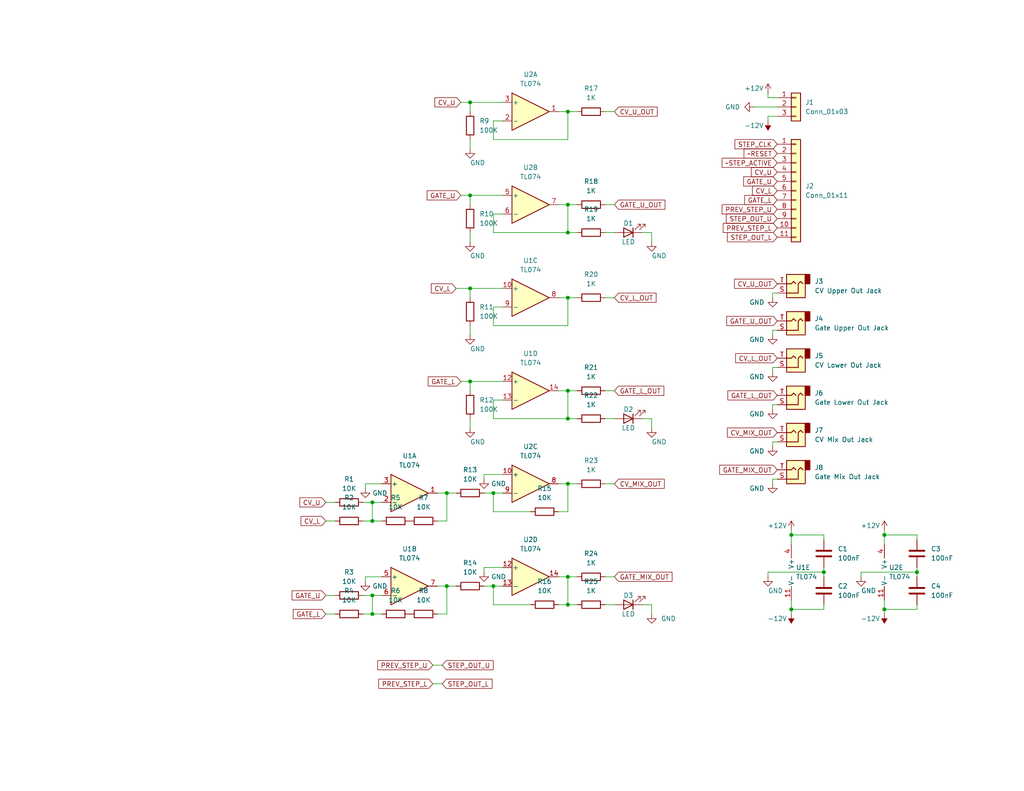
<source format=kicad_sch>
(kicad_sch (version 20211123) (generator eeschema)
  (paper "USLetter")
  (title_block (title "Sequencer One - Output Board") (date "2024-01-18") (rev "v1") (company "Multi Phase Brothel"))
  (lib_symbols
    (symbol "Amplifier_Operational:TL074" (pin_names (offset 0.127))
      (property "Reference" "U" (at 0 5.08 0))
      (property "Value" "TL074" (at 0 -5.08 0))
      (symbol "TL074_1_1"
        (polyline (pts (xy -5.08 5.08) (xy 5.08 0) (xy -5.08 -5.08) (xy -5.08 5.08)) (stroke (width 0.254)) (fill (type background)))
        (pin output line (at 7.62 0 180) (length 2.54) (name "~") (number "1"))
        (pin input line (at -7.62 -2.54 0) (length 2.54) (name "-") (number "2"))
        (pin input line (at -7.62 2.54 0) (length 2.54) (name "+") (number "3"))
      )
      (symbol "TL074_2_1"
        (polyline (pts (xy -5.08 5.08) (xy 5.08 0) (xy -5.08 -5.08) (xy -5.08 5.08)) (stroke (width 0.254)) (fill (type background)))
        (pin input line (at -7.62 2.54 0) (length 2.54) (name "+") (number "5"))
        (pin input line (at -7.62 -2.54 0) (length 2.54) (name "-") (number "6"))
        (pin output line (at 7.62 0 180) (length 2.54) (name "~") (number "7"))
      )
      (symbol "TL074_3_1"
        (polyline (pts (xy -5.08 5.08) (xy 5.08 0) (xy -5.08 -5.08) (xy -5.08 5.08)) (stroke (width 0.254)) (fill (type background)))
        (pin input line (at -7.62 2.54 0) (length 2.54) (name "+") (number "10"))
        (pin output line (at 7.62 0 180) (length 2.54) (name "~") (number "8"))
        (pin input line (at -7.62 -2.54 0) (length 2.54) (name "-") (number "9"))
      )
      (symbol "TL074_4_1"
        (polyline (pts (xy -5.08 5.08) (xy 5.08 0) (xy -5.08 -5.08) (xy -5.08 5.08)) (stroke (width 0.254)) (fill (type background)))
        (pin input line (at -7.62 2.54 0) (length 2.54) (name "+") (number "12"))
        (pin input line (at -7.62 -2.54 0) (length 2.54) (name "-") (number "13"))
        (pin output line (at 7.62 0 180) (length 2.54) (name "~") (number "14"))
      )
      (symbol "TL074_5_1"
        (pin power_in line (at -2.54 -7.62 90) (length 3.81) (name "V-") (number "11"))
        (pin power_in line (at -2.54 7.62 270) (length 3.81) (name "V+") (number "4"))
      )
    )
    (symbol "Connector:AudioJack2"
      (property "Reference" "J" (at 0 8.89 0))
      (property "Value" "AudioJack2" (at 0 6.35 0))
      (symbol "AudioJack2_0_1"
        (rectangle (start -3.81 0) (end -2.54 -2.54) (stroke (width 0.254)) (fill (type outline)))
        (rectangle (start -2.54 3.81) (end 2.54 -2.54) (stroke (width 0.254)) (fill (type background)))
        (polyline (pts (xy 0 0) (xy 0.635 -0.635) (xy 1.27 0) (xy 2.54 0)) (stroke (width 0.254)))
        (polyline (pts (xy 2.54 2.54) (xy -0.635 2.54) (xy -0.635 0) (xy -1.27 -0.635) (xy -1.905 0)) (stroke (width 0.254)))
      )
      (symbol "AudioJack2_1_1"
        (pin passive line (at 5.08 2.54 180) (length 2.54) (name "~") (number "S"))
        (pin passive line (at 5.08 0 180) (length 2.54) (name "~") (number "T"))
      )
    )
    (symbol "Connector_Generic:Conn_01x03" (pin_names (offset 1.016) hide)
      (property "Reference" "J" (at 0 5.08 0))
      (property "Value" "Conn_01x03" (at 0 -5.08 0))
      (symbol "Conn_01x03_1_1"
        (rectangle (start -1.27 -2.413) (end 0 -2.667) (stroke (width 0.1524)))
        (rectangle (start -1.27 0.127) (end 0 -0.127) (stroke (width 0.1524)))
        (rectangle (start -1.27 2.667) (end 0 2.413) (stroke (width 0.1524)))
        (rectangle (start -1.27 3.81) (end 1.27 -3.81) (stroke (width 0.254)) (fill (type background)))
        (pin passive line (at -5.08 2.54 0) (length 3.81) (name "Pin_1") (number "1"))
        (pin passive line (at -5.08 0 0) (length 3.81) (name "Pin_2") (number "2"))
        (pin passive line (at -5.08 -2.54 0) (length 3.81) (name "Pin_3") (number "3"))
      )
    )
    (symbol "Connector_Generic:Conn_01x11" (pin_names (offset 1.016) hide)
      (property "Reference" "J" (at 0 15.24 0))
      (property "Value" "Conn_01x11" (at 0 -15.24 0))
      (symbol "Conn_01x11_1_1"
        (rectangle (start -1.27 -12.573) (end 0 -12.827) (stroke (width 0.1524)))
        (rectangle (start -1.27 -10.033) (end 0 -10.287) (stroke (width 0.1524)))
        (rectangle (start -1.27 -7.493) (end 0 -7.747) (stroke (width 0.1524)))
        (rectangle (start -1.27 -4.953) (end 0 -5.207) (stroke (width 0.1524)))
        (rectangle (start -1.27 -2.413) (end 0 -2.667) (stroke (width 0.1524)))
        (rectangle (start -1.27 0.127) (end 0 -0.127) (stroke (width 0.1524)))
        (rectangle (start -1.27 2.667) (end 0 2.413) (stroke (width 0.1524)))
        (rectangle (start -1.27 5.207) (end 0 4.953) (stroke (width 0.1524)))
        (rectangle (start -1.27 7.747) (end 0 7.493) (stroke (width 0.1524)))
        (rectangle (start -1.27 10.287) (end 0 10.033) (stroke (width 0.1524)))
        (rectangle (start -1.27 12.827) (end 0 12.573) (stroke (width 0.1524)))
        (rectangle (start -1.27 13.97) (end 1.27 -13.97) (stroke (width 0.254)) (fill (type background)))
        (pin passive line (at -5.08 12.7 0) (length 3.81) (name "Pin_1") (number "1"))
        (pin passive line (at -5.08 -10.16 0) (length 3.81) (name "Pin_10") (number "10"))
        (pin passive line (at -5.08 -12.7 0) (length 3.81) (name "Pin_11") (number "11"))
        (pin passive line (at -5.08 10.16 0) (length 3.81) (name "Pin_2") (number "2"))
        (pin passive line (at -5.08 7.62 0) (length 3.81) (name "Pin_3") (number "3"))
        (pin passive line (at -5.08 5.08 0) (length 3.81) (name "Pin_4") (number "4"))
        (pin passive line (at -5.08 2.54 0) (length 3.81) (name "Pin_5") (number "5"))
        (pin passive line (at -5.08 0 0) (length 3.81) (name "Pin_6") (number "6"))
        (pin passive line (at -5.08 -2.54 0) (length 3.81) (name "Pin_7") (number "7"))
        (pin passive line (at -5.08 -5.08 0) (length 3.81) (name "Pin_8") (number "8"))
        (pin passive line (at -5.08 -7.62 0) (length 3.81) (name "Pin_9") (number "9"))
      )
    )
    (symbol "Device:C" (pin_numbers hide) (pin_names (offset 0.254))
      (property "Reference" "C" (at 0.635 2.54 0))
      (property "Value" "C" (at 0.635 -2.54 0))
      (symbol "C_0_1"
        (polyline (pts (xy -2.032 -0.762) (xy 2.032 -0.762)) (stroke (width 0.508)))
        (polyline (pts (xy -2.032 0.762) (xy 2.032 0.762)) (stroke (width 0.508)))
      )
      (symbol "C_1_1"
        (pin passive line (at 0 3.81 270) (length 2.794) (name "~") (number "1"))
        (pin passive line (at 0 -3.81 90) (length 2.794) (name "~") (number "2"))
      )
    )
    (symbol "Device:LED" (pin_numbers hide) (pin_names (offset 1.016) hide)
      (property "Reference" "D" (at 0 2.54 0))
      (property "Value" "LED" (at 0 -2.54 0))
      (symbol "LED_0_1"
        (polyline (pts (xy -1.27 -1.27) (xy -1.27 1.27)) (stroke (width 0.254)))
        (polyline (pts (xy -1.27 0) (xy 1.27 0)))
        (polyline (pts (xy 1.27 -1.27) (xy 1.27 1.27) (xy -1.27 0) (xy 1.27 -1.27)) (stroke (width 0.254)))
        (polyline (pts (xy -3.048 -0.762) (xy -4.572 -2.286) (xy -3.81 -2.286) (xy -4.572 -2.286) (xy -4.572 -1.524)))
        (polyline (pts (xy -1.778 -0.762) (xy -3.302 -2.286) (xy -2.54 -2.286) (xy -3.302 -2.286) (xy -3.302 -1.524)))
      )
      (symbol "LED_1_1"
        (pin passive line (at -3.81 0 0) (length 2.54) (name "K") (number "1"))
        (pin passive line (at 3.81 0 180) (length 2.54) (name "A") (number "2"))
      )
    )
    (symbol "Device:R" (pin_numbers hide) (pin_names (offset 0))
      (property "Reference" "R" (at 2.032 0 90))
      (property "Value" "R" (at 0 0 90))
      (symbol "R_0_1"
        (rectangle (start -1.016 -2.54) (end 1.016 2.54) (stroke (width 0.254)))
      )
      (symbol "R_1_1"
        (pin passive line (at 0 3.81 270) (length 1.27) (name "~") (number "1"))
        (pin passive line (at 0 -3.81 90) (length 1.27) (name "~") (number "2"))
      )
    )
    (symbol "power:+12V" (power) (pin_names (offset 0))
      (property "Value" "+12V" (at 0 3.556 0))
      (symbol "+12V_0_1"
        (polyline (pts (xy -0.762 1.27) (xy 0 2.54)))
        (polyline (pts (xy 0 0) (xy 0 2.54)))
        (polyline (pts (xy 0 2.54) (xy 0.762 1.27)))
      )
      (symbol "+12V_1_1"
        (pin power_in line (at 0 0 90) (length 0) hide (name "+12V") (number "1"))
      )
    )
    (symbol "power:-12V" (power) (pin_names (offset 0))
      (property "Value" "-12V" (at 0 3.81 0))
      (symbol "-12V_0_0"
        (pin power_in line (at 0 0 90) (length 0) hide (name "-12V") (number "1"))
      )
      (symbol "-12V_0_1"
        (polyline (pts (xy 0 0) (xy 0 1.27) (xy 0.762 1.27) (xy 0 2.54) (xy -0.762 1.27) (xy 0 1.27)) (fill (type outline)))
      )
    )
    (symbol "power:GND" (power) (pin_names (offset 0))
      (property "Value" "GND" (at 0 -3.81 0))
      (symbol "GND_0_1"
        (polyline (pts (xy 0 0) (xy 0 -1.27) (xy 1.27 -1.27) (xy 0 -2.54) (xy -1.27 -1.27) (xy 0 -1.27)))
      )
      (symbol "GND_1_1"
        (pin power_in line (at 0 0 270) (length 0) hide (name "GND") (number "1"))
      )
    )
  )
  (junction (at 154.94 165.1))
  (junction (at 250.19 156.21))
  (junction (at 154.94 157.48))
  (junction (at 134.62 134.62))
  (junction (at 154.94 55.88))
  (junction (at 154.94 114.3))
  (junction (at 128.27 27.94))
  (junction (at 121.92 160.02))
  (junction (at 215.9 146.05))
  (junction (at 241.3 146.05))
  (junction (at 101.6 142.24))
  (junction (at 154.94 63.5))
  (junction (at 128.27 104.14))
  (junction (at 101.6 162.56))
  (junction (at 154.94 106.68))
  (junction (at 121.92 134.62))
  (junction (at 101.6 167.64))
  (junction (at 241.3 166.37))
  (junction (at 215.9 166.37))
  (junction (at 128.27 53.34))
  (junction (at 128.27 78.74))
  (junction (at 101.6 137.16))
  (junction (at 134.62 160.02))
  (junction (at 154.94 81.28))
  (junction (at 154.94 30.48))
  (junction (at 154.94 132.08))
  (junction (at 224.79 156.21))
  (wire (pts (xy 118.11 186.69) (xy 120.65 186.69)))
  (wire (pts (xy 154.94 157.48) (xy 157.48 157.48)))
  (wire (pts (xy 212.09 31.75) (xy 209.55 31.75)))
  (wire (pts (xy 99.695 132.08) (xy 99.695 133.35)))
  (wire (pts (xy 224.79 154.94) (xy 224.79 156.21)))
  (wire (pts (xy 154.94 132.08) (xy 157.48 132.08)))
  (wire (pts (xy 119.38 160.02) (xy 121.92 160.02)))
  (wire (pts (xy 175.26 165.1) (xy 177.8 165.1)))
  (wire (pts (xy 128.27 114.3) (xy 128.27 116.84)))
  (wire (pts (xy 137.16 33.02) (xy 134.62 33.02)))
  (wire (pts (xy 134.62 134.62) (xy 134.62 139.7)))
  (wire (pts (xy 128.27 27.94) (xy 137.16 27.94)))
  (wire (pts (xy 210.82 120.65) (xy 212.09 120.65)))
  (wire (pts (xy 137.16 109.22) (xy 134.62 109.22)))
  (wire (pts (xy 154.94 139.7) (xy 154.94 132.08)))
  (wire (pts (xy 104.14 162.56) (xy 101.6 162.56)))
  (wire (pts (xy 215.9 146.05) (xy 215.9 148.59)))
  (wire (pts (xy 125.73 53.34) (xy 128.27 53.34)))
  (wire (pts (xy 137.16 154.94) (xy 132.08 154.94)))
  (wire (pts (xy 134.62 109.22) (xy 134.62 114.3)))
  (wire (pts (xy 134.62 165.1) (xy 144.78 165.1)))
  (wire (pts (xy 132.08 154.94) (xy 132.08 156.21)))
  (wire (pts (xy 119.38 167.64) (xy 121.92 167.64)))
  (wire (pts (xy 128.27 27.94) (xy 128.27 30.48)))
  (wire (pts (xy 137.16 134.62) (xy 134.62 134.62)))
  (wire (pts (xy 215.9 163.83) (xy 215.9 166.37)))
  (wire (pts (xy 234.95 157.48) (xy 234.95 156.21)))
  (wire (pts (xy 128.27 63.5) (xy 128.27 66.04)))
  (wire (pts (xy 215.9 144.78) (xy 215.9 146.05)))
  (wire (pts (xy 128.27 78.74) (xy 137.16 78.74)))
  (wire (pts (xy 121.92 134.62) (xy 124.46 134.62)))
  (wire (pts (xy 209.55 25.4) (xy 209.55 26.67)))
  (wire (pts (xy 134.62 58.42) (xy 134.62 63.5)))
  (wire (pts (xy 118.11 181.61) (xy 120.65 181.61)))
  (wire (pts (xy 101.6 137.16) (xy 101.6 142.24)))
  (wire (pts (xy 241.3 166.37) (xy 241.3 163.83)))
  (wire (pts (xy 165.1 157.48) (xy 167.64 157.48)))
  (wire (pts (xy 165.1 63.5) (xy 167.64 63.5)))
  (wire (pts (xy 241.3 144.78) (xy 241.3 146.05)))
  (wire (pts (xy 134.62 88.9) (xy 154.94 88.9)))
  (wire (pts (xy 132.08 160.02) (xy 134.62 160.02)))
  (wire (pts (xy 152.4 165.1) (xy 154.94 165.1)))
  (wire (pts (xy 209.55 156.21) (xy 224.79 156.21)))
  (wire (pts (xy 250.19 165.1) (xy 250.19 166.37)))
  (wire (pts (xy 175.26 114.3) (xy 177.8 114.3)))
  (wire (pts (xy 154.94 63.5) (xy 154.94 55.88)))
  (wire (pts (xy 154.94 63.5) (xy 157.48 63.5)))
  (wire (pts (xy 134.62 114.3) (xy 154.94 114.3)))
  (wire (pts (xy 124.46 78.74) (xy 128.27 78.74)))
  (wire (pts (xy 154.94 38.1) (xy 154.94 30.48)))
  (wire (pts (xy 152.4 132.08) (xy 154.94 132.08)))
  (wire (pts (xy 250.19 156.21) (xy 250.19 157.48)))
  (wire (pts (xy 137.16 160.02) (xy 134.62 160.02)))
  (wire (pts (xy 250.19 147.32) (xy 250.19 146.05)))
  (wire (pts (xy 128.27 88.9) (xy 128.27 91.44)))
  (wire (pts (xy 165.1 114.3) (xy 167.64 114.3)))
  (wire (pts (xy 154.94 30.48) (xy 157.48 30.48)))
  (wire (pts (xy 224.79 147.32) (xy 224.79 146.05)))
  (wire (pts (xy 154.94 106.68) (xy 157.48 106.68)))
  (wire (pts (xy 121.92 142.24) (xy 121.92 134.62)))
  (wire (pts (xy 165.1 55.88) (xy 167.64 55.88)))
  (wire (pts (xy 121.92 167.64) (xy 121.92 160.02)))
  (wire (pts (xy 250.19 166.37) (xy 241.3 166.37)))
  (wire (pts (xy 132.08 134.62) (xy 134.62 134.62)))
  (wire (pts (xy 119.38 134.62) (xy 121.92 134.62)))
  (wire (pts (xy 152.4 139.7) (xy 154.94 139.7)))
  (wire (pts (xy 210.82 132.08) (xy 210.82 130.81)))
  (wire (pts (xy 165.1 81.28) (xy 167.64 81.28)))
  (wire (pts (xy 165.1 106.68) (xy 167.64 106.68)))
  (wire (pts (xy 210.82 101.6) (xy 210.82 100.33)))
  (wire (pts (xy 134.62 160.02) (xy 134.62 165.1)))
  (wire (pts (xy 175.26 63.5) (xy 177.8 63.5)))
  (wire (pts (xy 177.8 63.5) (xy 177.8 66.04)))
  (wire (pts (xy 101.6 162.56) (xy 101.6 167.64)))
  (wire (pts (xy 210.82 130.81) (xy 212.09 130.81)))
  (wire (pts (xy 210.82 110.49) (xy 212.09 110.49)))
  (wire (pts (xy 152.4 81.28) (xy 154.94 81.28)))
  (wire (pts (xy 154.94 88.9) (xy 154.94 81.28)))
  (wire (pts (xy 210.82 91.44) (xy 210.82 90.17)))
  (wire (pts (xy 104.14 137.16) (xy 101.6 137.16)))
  (wire (pts (xy 128.27 53.34) (xy 128.27 55.88)))
  (wire (pts (xy 154.94 81.28) (xy 157.48 81.28)))
  (wire (pts (xy 134.62 83.82) (xy 134.62 88.9)))
  (wire (pts (xy 137.16 83.82) (xy 134.62 83.82)))
  (wire (pts (xy 154.94 114.3) (xy 157.48 114.3)))
  (wire (pts (xy 165.1 132.08) (xy 167.64 132.08)))
  (wire (pts (xy 165.1 165.1) (xy 167.64 165.1)))
  (wire (pts (xy 101.6 142.24) (xy 104.14 142.24)))
  (wire (pts (xy 224.79 166.37) (xy 215.9 166.37)))
  (wire (pts (xy 132.08 129.54) (xy 132.08 130.81)))
  (wire (pts (xy 212.09 26.67) (xy 209.55 26.67)))
  (wire (pts (xy 101.6 167.64) (xy 104.14 167.64)))
  (wire (pts (xy 250.19 146.05) (xy 241.3 146.05)))
  (wire (pts (xy 128.27 53.34) (xy 137.16 53.34)))
  (wire (pts (xy 154.94 165.1) (xy 154.94 157.48)))
  (wire (pts (xy 152.4 30.48) (xy 154.94 30.48)))
  (wire (pts (xy 99.695 158.75) (xy 99.695 157.48)))
  (wire (pts (xy 177.8 114.3) (xy 177.8 116.84)))
  (wire (pts (xy 88.9 142.24) (xy 91.44 142.24)))
  (wire (pts (xy 210.82 81.28) (xy 210.82 80.01)))
  (wire (pts (xy 134.62 63.5) (xy 154.94 63.5)))
  (wire (pts (xy 165.1 30.48) (xy 167.64 30.48)))
  (wire (pts (xy 121.92 160.02) (xy 124.46 160.02)))
  (wire (pts (xy 134.62 38.1) (xy 154.94 38.1)))
  (wire (pts (xy 88.9 162.56) (xy 91.44 162.56)))
  (wire (pts (xy 128.27 104.14) (xy 137.16 104.14)))
  (wire (pts (xy 210.82 111.76) (xy 210.82 110.49)))
  (wire (pts (xy 128.27 78.74) (xy 128.27 81.28)))
  (wire (pts (xy 152.4 157.48) (xy 154.94 157.48)))
  (wire (pts (xy 137.16 58.42) (xy 134.62 58.42)))
  (wire (pts (xy 125.73 27.94) (xy 128.27 27.94)))
  (wire (pts (xy 177.8 165.1) (xy 177.8 167.64)))
  (wire (pts (xy 152.4 55.88) (xy 154.94 55.88)))
  (wire (pts (xy 250.19 154.94) (xy 250.19 156.21)))
  (wire (pts (xy 210.82 100.33) (xy 212.09 100.33)))
  (wire (pts (xy 154.94 114.3) (xy 154.94 106.68)))
  (wire (pts (xy 125.73 104.14) (xy 128.27 104.14)))
  (wire (pts (xy 209.55 31.75) (xy 209.55 33.02)))
  (wire (pts (xy 224.79 146.05) (xy 215.9 146.05)))
  (wire (pts (xy 234.95 156.21) (xy 250.19 156.21)))
  (wire (pts (xy 134.62 33.02) (xy 134.62 38.1)))
  (wire (pts (xy 154.94 165.1) (xy 157.48 165.1)))
  (wire (pts (xy 215.9 166.37) (xy 215.9 167.64)))
  (wire (pts (xy 224.79 156.21) (xy 224.79 157.48)))
  (wire (pts (xy 152.4 106.68) (xy 154.94 106.68)))
  (wire (pts (xy 224.79 165.1) (xy 224.79 166.37)))
  (wire (pts (xy 104.14 132.08) (xy 99.695 132.08)))
  (wire (pts (xy 99.06 162.56) (xy 101.6 162.56)))
  (wire (pts (xy 128.27 38.1) (xy 128.27 40.64)))
  (wire (pts (xy 88.9 167.64) (xy 91.44 167.64)))
  (wire (pts (xy 154.94 55.88) (xy 157.48 55.88)))
  (wire (pts (xy 99.695 157.48) (xy 104.14 157.48)))
  (wire (pts (xy 99.06 142.24) (xy 101.6 142.24)))
  (wire (pts (xy 119.38 142.24) (xy 121.92 142.24)))
  (wire (pts (xy 99.06 137.16) (xy 101.6 137.16)))
  (wire (pts (xy 241.3 166.37) (xy 241.3 167.64)))
  (wire (pts (xy 210.82 80.01) (xy 212.09 80.01)))
  (wire (pts (xy 210.82 90.17) (xy 212.09 90.17)))
  (wire (pts (xy 134.62 139.7) (xy 144.78 139.7)))
  (wire (pts (xy 137.16 129.54) (xy 132.08 129.54)))
  (wire (pts (xy 210.82 121.92) (xy 210.82 120.65)))
  (wire (pts (xy 241.3 146.05) (xy 241.3 148.59)))
  (wire (pts (xy 209.55 157.48) (xy 209.55 156.21)))
  (wire (pts (xy 88.9 137.16) (xy 91.44 137.16)))
  (wire (pts (xy 205.74 29.21) (xy 212.09 29.21)))
  (wire (pts (xy 99.06 167.64) (xy 101.6 167.64)))
  (wire (pts (xy 128.27 104.14) (xy 128.27 106.68)))
  (global_label "STEP_CLK" (shape input) (at 212.09 39.37 180) (property "Intersheet References" "${INTERSHEET_REFS}" (effects hide)))
  (global_label "CV_MIX_OUT" (shape input) (at 167.64 132.08 0) (property "Intersheet References" "${INTERSHEET_REFS}" (effects hide)))
  (global_label "CV_L" (shape input) (at 212.09 52.07 180) (property "Intersheet References" "${INTERSHEET_REFS}" (effects hide)))
  (global_label "CV_L_OUT" (shape input) (at 212.09 97.79 180) (property "Intersheet References" "${INTERSHEET_REFS}" (effects hide)))
  (global_label "GATE_MIX_OUT" (shape input) (at 212.09 128.27 180) (property "Intersheet References" "${INTERSHEET_REFS}" (effects hide)))
  (global_label "STEP_OUT_U" (shape input) (at 212.09 59.69 180) (property "Intersheet References" "${INTERSHEET_REFS}" (effects hide)))
  (global_label "PREV_STEP_L" (shape input) (at 118.11 186.69 180) (property "Intersheet References" "${INTERSHEET_REFS}" (effects hide)))
  (global_label "GATE_L_OUT" (shape input) (at 212.09 107.95 180) (property "Intersheet References" "${INTERSHEET_REFS}" (effects hide)))
  (global_label "GATE_U" (shape input) (at 212.09 49.53 180) (property "Intersheet References" "${INTERSHEET_REFS}" (effects hide)))
  (global_label "PREV_STEP_U" (shape input) (at 118.11 181.61 180) (property "Intersheet References" "${INTERSHEET_REFS}" (effects hide)))
  (global_label "CV_L" (shape input) (at 124.46 78.74 180) (property "Intersheet References" "${INTERSHEET_REFS}" (effects hide)))
  (global_label "GATE_U_OUT" (shape input) (at 167.64 55.88 0) (property "Intersheet References" "${INTERSHEET_REFS}" (effects hide)))
  (global_label "CV_U" (shape input) (at 212.09 46.99 180) (property "Intersheet References" "${INTERSHEET_REFS}" (effects hide)))
  (global_label "STEP_OUT_L" (shape input) (at 212.09 64.77 180) (property "Intersheet References" "${INTERSHEET_REFS}" (effects hide)))
  (global_label "STEP_OUT_L" (shape input) (at 120.65 186.69 0) (property "Intersheet References" "${INTERSHEET_REFS}" (effects hide)))
  (global_label "PREV_STEP_U" (shape input) (at 212.09 57.15 180) (property "Intersheet References" "${INTERSHEET_REFS}" (effects hide)))
  (global_label "CV_U_OUT" (shape input) (at 212.09 77.47 180) (property "Intersheet References" "${INTERSHEET_REFS}" (effects hide)))
  (global_label "CV_U" (shape input) (at 88.9 137.16 180) (property "Intersheet References" "${INTERSHEET_REFS}" (effects hide)))
  (global_label "STEP_OUT_U" (shape input) (at 120.65 181.61 0) (property "Intersheet References" "${INTERSHEET_REFS}" (effects hide)))
  (global_label "CV_U" (shape input) (at 125.73 27.94 180) (property "Intersheet References" "${INTERSHEET_REFS}" (effects hide)))
  (global_label "GATE_U" (shape input) (at 125.73 53.34 180) (property "Intersheet References" "${INTERSHEET_REFS}" (effects hide)))
  (global_label "CV_L" (shape input) (at 88.9 142.24 180) (property "Intersheet References" "${INTERSHEET_REFS}" (effects hide)))
  (global_label "CV_MIX_OUT" (shape input) (at 212.09 118.11 180) (property "Intersheet References" "${INTERSHEET_REFS}" (effects hide)))
  (global_label "GATE_L_OUT" (shape input) (at 167.64 106.68 0) (property "Intersheet References" "${INTERSHEET_REFS}" (effects hide)))
  (global_label "GATE_U" (shape input) (at 88.9 162.56 180) (property "Intersheet References" "${INTERSHEET_REFS}" (effects hide)))
  (global_label "~STEP_ACTIVE" (shape input) (at 212.09 44.45 180) (property "Intersheet References" "${INTERSHEET_REFS}" (effects hide)))
  (global_label "GATE_MIX_OUT" (shape input) (at 167.64 157.48 0) (property "Intersheet References" "${INTERSHEET_REFS}" (effects hide)))
  (global_label "GATE_L" (shape input) (at 125.73 104.14 180) (property "Intersheet References" "${INTERSHEET_REFS}" (effects hide)))
  (global_label "~RESET" (shape input) (at 212.09 41.91 180) (property "Intersheet References" "${INTERSHEET_REFS}" (effects hide)))
  (global_label "CV_L_OUT" (shape input) (at 167.64 81.28 0) (property "Intersheet References" "${INTERSHEET_REFS}" (effects hide)))
  (global_label "PREV_STEP_L" (shape input) (at 212.09 62.23 180) (property "Intersheet References" "${INTERSHEET_REFS}" (effects hide)))
  (global_label "GATE_U_OUT" (shape input) (at 212.09 87.63 180) (property "Intersheet References" "${INTERSHEET_REFS}" (effects hide)))
  (global_label "GATE_L" (shape input) (at 88.9 167.64 180) (property "Intersheet References" "${INTERSHEET_REFS}" (effects hide)))
  (global_label "GATE_L" (shape input) (at 212.09 54.61 180) (property "Intersheet References" "${INTERSHEET_REFS}" (effects hide)))
  (global_label "CV_U_OUT" (shape input) (at 167.64 30.48 0) (property "Intersheet References" "${INTERSHEET_REFS}" (effects hide)))
  (symbol (lib_id "Amplifier_Operational:TL074") (at 144.78 81.28 0) (unit 3)
    (property "Reference" "U1" (at 144.78 71.12 0))
    (property "Value" "TL074" (at 144.78 73.66 0))
    (property "Footprint" "Package_DIP:DIP-14_W7.62mm_Socket_LongPads" (effects hide))
    (property "Datasheet" "http://www.ti.com/lit/ds/symlink/tl071.pdf" (effects hide))
  )
  (symbol (lib_id "Amplifier_Operational:TL074") (at 111.76 160.02 0) (unit 2)
    (property "Reference" "U1" (at 111.76 149.86 0))
    (property "Value" "TL074" (at 111.76 152.4 0))
    (property "Footprint" "Package_DIP:DIP-14_W7.62mm_Socket_LongPads" (effects hide))
    (property "Datasheet" "http://www.ti.com/lit/ds/symlink/tl071.pdf" (effects hide))
  )
  (symbol (lib_id "power:GND") (at 132.08 130.81 0) (unit 1)
    (property "Reference" "#PWR07" (effects hide))
    (property "Value" "GND" (at 133.985 132.08 0) (effects (justify left)))
  )
  (symbol (lib_id "power:GND") (at 99.695 133.35 0) (unit 1)
    (property "Reference" "#PWR01" (effects hide))
    (property "Value" "GND" (at 101.6 134.62 0) (effects (justify left)))
  )
  (symbol (lib_id "Device:R") (at 161.29 114.3 90) (unit 1)
    (property "Reference" "R22" (at 161.29 107.95 90))
    (property "Value" "1K" (at 161.29 110.49 90))
    (property "Footprint" "Resistor_THT:R_Axial_DIN0204_L3.6mm_D1.6mm_P7.62mm_Horizontal" (effects hide))
  )
  (symbol (lib_id "Device:R") (at 95.25 142.24 90) (unit 1)
    (property "Reference" "R2" (at 95.25 135.89 90))
    (property "Value" "10K" (at 95.25 138.43 90))
    (property "Footprint" "Resistor_THT:R_Axial_DIN0204_L3.6mm_D1.6mm_P7.62mm_Horizontal" (effects hide))
  )
  (symbol (lib_id "Connector:AudioJack2") (at 217.17 87.63 180) (unit 1)
    (property "Reference" "J4" (at 222.25 86.9949 0) (effects (justify right)))
    (property "Value" "Gate Upper Out Jack" (at 222.25 89.5349 0) (effects (justify right)))
    (property "Footprint" "Connector_Audio:Jack_6.35mm_Neutrik_NRJ6HM-1-PRE_Horizontal" (effects hide))
  )
  (symbol (lib_id "Device:LED") (at 171.45 165.1 180) (unit 1)
    (property "Reference" "D3" (at 171.45 162.56 0))
    (property "Value" "LED" (at 171.45 167.64 0))
    (property "Footprint" "LED_THT:LED_D5.0mm" (effects hide))
  )
  (symbol (lib_id "Device:R") (at 161.29 106.68 90) (unit 1)
    (property "Reference" "R21" (at 161.29 100.33 90))
    (property "Value" "1K" (at 161.29 102.87 90))
    (property "Footprint" "Resistor_THT:R_Axial_DIN0204_L3.6mm_D1.6mm_P7.62mm_Horizontal" (effects hide))
  )
  (symbol (lib_id "Device:C") (at 224.79 161.29 0) (unit 1)
    (property "Reference" "C2" (at 228.6 160.0199 0) (effects (justify left)))
    (property "Value" "100nF" (at 228.6 162.5599 0) (effects (justify left)))
    (property "Footprint" "Capacitor_THT:C_Disc_D5.1mm_W3.2mm_P5.00mm" (effects hide))
  )
  (symbol (lib_id "power:GND") (at 128.27 116.84 0) (unit 1)
    (property "Reference" "#PWR06" (effects hide))
    (property "Value" "GND" (at 128.27 120.65 0) (effects (justify left)))
  )
  (symbol (lib_id "Device:R") (at 161.29 30.48 90) (unit 1)
    (property "Reference" "R17" (at 161.29 24.13 90))
    (property "Value" "1K" (at 161.29 26.67 90))
    (property "Footprint" "Resistor_THT:R_Axial_DIN0204_L3.6mm_D1.6mm_P7.62mm_Horizontal" (effects hide))
  )
  (symbol (lib_id "Device:C") (at 250.19 161.29 0) (unit 1)
    (property "Reference" "C4" (at 254 160.0199 0) (effects (justify left)))
    (property "Value" "100nF" (at 254 162.5599 0) (effects (justify left)))
    (property "Footprint" "Capacitor_THT:C_Disc_D5.1mm_W3.2mm_P5.00mm" (effects hide))
  )
  (symbol (lib_id "power:GND") (at 210.82 81.28 0) (unit 1)
    (property "Reference" "#PWR016" (effects hide))
    (property "Value" "GND" (at 204.47 82.55 0) (effects (justify left)))
  )
  (symbol (lib_id "Connector_Generic:Conn_01x03") (at 217.17 29.21 0) (unit 1)
    (property "Reference" "J1" (at 219.71 27.9399 0) (effects (justify left)))
    (property "Value" "Conn_01x03" (at 219.71 30.4799 0) (effects (justify left)))
    (property "Footprint" "Connector_PinHeader_2.54mm:PinHeader_1x03_P2.54mm_Vertical" (effects hide))
  )
  (symbol (lib_id "Device:LED") (at 171.45 63.5 180) (unit 1)
    (property "Reference" "D1" (at 171.45 60.96 0))
    (property "Value" "LED" (at 171.45 66.04 0))
    (property "Footprint" "LED_THT:LED_D5.0mm" (effects hide))
  )
  (symbol (lib_id "Device:R") (at 128.27 110.49 180) (unit 1)
    (property "Reference" "R12" (at 130.81 109.2199 0) (effects (justify right)))
    (property "Value" "100K" (at 130.81 111.7599 0) (effects (justify right)))
    (property "Footprint" "Resistor_THT:R_Axial_DIN0204_L3.6mm_D1.6mm_P7.62mm_Horizontal" (effects hide))
  )
  (symbol (lib_id "Amplifier_Operational:TL074") (at 144.78 55.88 0) (unit 2)
    (property "Reference" "U2" (at 144.78 45.72 0))
    (property "Value" "TL074" (at 144.78 48.26 0))
    (property "Footprint" "Package_DIP:DIP-14_W7.62mm_Socket_LongPads" (effects hide))
    (property "Datasheet" "http://www.ti.com/lit/ds/symlink/tl071.pdf" (effects hide))
  )
  (symbol (lib_id "Device:R") (at 148.59 139.7 90) (unit 1)
    (property "Reference" "R15" (at 148.59 133.35 90))
    (property "Value" "10K" (at 148.59 135.89 90))
    (property "Footprint" "Resistor_THT:R_Axial_DIN0204_L3.6mm_D1.6mm_P7.62mm_Horizontal" (effects hide))
  )
  (symbol (lib_id "Device:R") (at 161.29 157.48 90) (unit 1)
    (property "Reference" "R24" (at 161.29 151.13 90))
    (property "Value" "1K" (at 161.29 153.67 90))
    (property "Footprint" "Resistor_THT:R_Axial_DIN0204_L3.6mm_D1.6mm_P7.62mm_Horizontal" (effects hide))
  )
  (symbol (lib_id "Device:R") (at 161.29 63.5 90) (unit 1)
    (property "Reference" "R19" (at 161.29 57.15 90))
    (property "Value" "1K" (at 161.29 59.69 90))
    (property "Footprint" "Resistor_THT:R_Axial_DIN0204_L3.6mm_D1.6mm_P7.62mm_Horizontal" (effects hide))
  )
  (symbol (lib_id "power:GND") (at 210.82 91.44 0) (unit 1)
    (property "Reference" "#PWR017" (effects hide))
    (property "Value" "GND" (at 204.47 92.71 0) (effects (justify left)))
  )
  (symbol (lib_id "power:-12V") (at 241.3 167.64 180) (unit 1)
    (property "Reference" "#PWR026" (effects hide))
    (property "Value" "-12V" (at 237.49 168.91 0))
  )
  (symbol (lib_id "Device:R") (at 128.27 85.09 180) (unit 1)
    (property "Reference" "R11" (at 130.81 83.8199 0) (effects (justify right)))
    (property "Value" "100K" (at 130.81 86.3599 0) (effects (justify right)))
    (property "Footprint" "Resistor_THT:R_Axial_DIN0204_L3.6mm_D1.6mm_P7.62mm_Horizontal" (effects hide))
  )
  (symbol (lib_id "power:GND") (at 128.27 66.04 0) (unit 1)
    (property "Reference" "#PWR04" (effects hide))
    (property "Value" "GND" (at 128.27 69.85 0) (effects (justify left)))
  )
  (symbol (lib_id "power:GND") (at 210.82 121.92 0) (unit 1)
    (property "Reference" "#PWR020" (effects hide))
    (property "Value" "GND" (at 204.47 123.19 0) (effects (justify left)))
  )
  (symbol (lib_id "power:GND") (at 210.82 132.08 0) (unit 1)
    (property "Reference" "#PWR021" (effects hide))
    (property "Value" "GND" (at 204.47 133.35 0) (effects (justify left)))
  )
  (symbol (lib_id "Connector:AudioJack2") (at 217.17 118.11 180) (unit 1)
    (property "Reference" "J7" (at 222.25 117.4749 0) (effects (justify right)))
    (property "Value" "CV Mix Out Jack" (at 222.25 120.0149 0) (effects (justify right)))
    (property "Footprint" "Connector_Audio:Jack_6.35mm_Neutrik_NRJ6HM-1-PRE_Horizontal" (effects hide))
  )
  (symbol (lib_id "Connector:AudioJack2") (at 217.17 97.79 180) (unit 1)
    (property "Reference" "J5" (at 222.25 97.1549 0) (effects (justify right)))
    (property "Value" "CV Lower Out Jack" (at 222.25 99.6949 0) (effects (justify right)))
    (property "Footprint" "Connector_Audio:Jack_6.35mm_Neutrik_NRJ6HM-1-PRE_Horizontal" (effects hide))
  )
  (symbol (lib_id "Device:R") (at 128.27 59.69 180) (unit 1)
    (property "Reference" "R10" (at 130.81 58.4199 0) (effects (justify right)))
    (property "Value" "100K" (at 130.81 60.9599 0) (effects (justify right)))
    (property "Footprint" "Resistor_THT:R_Axial_DIN0204_L3.6mm_D1.6mm_P7.62mm_Horizontal" (effects hide))
  )
  (symbol (lib_id "Device:C") (at 224.79 151.13 0) (unit 1)
    (property "Reference" "C1" (at 228.6 149.8599 0) (effects (justify left)))
    (property "Value" "100nF" (at 228.6 152.3999 0) (effects (justify left)))
    (property "Footprint" "Capacitor_THT:C_Disc_D5.1mm_W3.2mm_P5.00mm" (effects hide))
  )
  (symbol (lib_id "Device:R") (at 161.29 132.08 90) (unit 1)
    (property "Reference" "R23" (at 161.29 125.73 90))
    (property "Value" "1K" (at 161.29 128.27 90))
    (property "Footprint" "Resistor_THT:R_Axial_DIN0204_L3.6mm_D1.6mm_P7.62mm_Horizontal" (effects hide))
  )
  (symbol (lib_id "Device:R") (at 107.95 167.64 90) (mirror x) (unit 1)
    (property "Reference" "R6" (at 107.95 161.29 90))
    (property "Value" "10K" (at 107.95 163.83 90))
    (property "Footprint" "Resistor_THT:R_Axial_DIN0204_L3.6mm_D1.6mm_P7.62mm_Horizontal" (effects hide))
  )
  (symbol (lib_id "Amplifier_Operational:TL074") (at 243.84 156.21 0) (unit 5)
    (property "Reference" "U2" (at 242.57 154.9399 0) (effects (justify left)))
    (property "Value" "TL074" (at 242.57 157.4799 0) (effects (justify left)))
    (property "Footprint" "Package_DIP:DIP-14_W7.62mm_Socket_LongPads" (effects hide))
    (property "Datasheet" "http://www.ti.com/lit/ds/symlink/tl071.pdf" (effects hide))
  )
  (symbol (lib_id "Connector:AudioJack2") (at 217.17 107.95 180) (unit 1)
    (property "Reference" "J6" (at 222.25 107.3149 0) (effects (justify right)))
    (property "Value" "Gate Lower Out Jack" (at 222.25 109.8549 0) (effects (justify right)))
    (property "Footprint" "Connector_Audio:Jack_6.35mm_Neutrik_NRJ6HM-1-PRE_Horizontal" (effects hide))
  )
  (symbol (lib_id "Amplifier_Operational:TL074") (at 144.78 106.68 0) (unit 4)
    (property "Reference" "U1" (at 144.78 96.52 0))
    (property "Value" "TL074" (at 144.78 99.06 0))
    (property "Footprint" "Package_DIP:DIP-14_W7.62mm_Socket_LongPads" (effects hide))
    (property "Datasheet" "http://www.ti.com/lit/ds/symlink/tl071.pdf" (effects hide))
  )
  (symbol (lib_id "power:GND") (at 209.55 157.48 0) (unit 1)
    (property "Reference" "#PWR015" (effects hide))
    (property "Value" "GND" (at 209.55 161.29 0) (effects (justify left)))
  )
  (symbol (lib_id "Device:R") (at 115.57 142.24 90) (unit 1)
    (property "Reference" "R7" (at 115.57 135.89 90))
    (property "Value" "10K" (at 115.57 138.43 90))
    (property "Footprint" "Resistor_THT:R_Axial_DIN0204_L3.6mm_D1.6mm_P7.62mm_Horizontal" (effects hide))
  )
  (symbol (lib_id "Amplifier_Operational:TL074") (at 111.76 134.62 0) (unit 1)
    (property "Reference" "U1" (at 111.76 124.46 0))
    (property "Value" "TL074" (at 111.76 127 0))
    (property "Footprint" "Package_DIP:DIP-14_W7.62mm_Socket_LongPads" (effects hide))
    (property "Datasheet" "http://www.ti.com/lit/ds/symlink/tl071.pdf" (effects hide))
  )
  (symbol (lib_id "Device:R") (at 128.27 134.62 90) (unit 1)
    (property "Reference" "R13" (at 128.27 128.27 90))
    (property "Value" "10K" (at 128.27 130.81 90))
    (property "Footprint" "Resistor_THT:R_Axial_DIN0204_L3.6mm_D1.6mm_P7.62mm_Horizontal" (effects hide))
  )
  (symbol (lib_id "power:GND") (at 177.8 66.04 0) (unit 1)
    (property "Reference" "#PWR09" (effects hide))
    (property "Value" "GND" (at 177.8 69.85 0) (effects (justify left)))
  )
  (symbol (lib_id "Connector:AudioJack2") (at 217.17 77.47 180) (unit 1)
    (property "Reference" "J3" (at 222.25 76.8349 0) (effects (justify right)))
    (property "Value" "CV Upper Out Jack" (at 222.25 79.3749 0) (effects (justify right)))
    (property "Footprint" "Connector_Audio:Jack_6.35mm_Neutrik_NRJ6HM-1-PRE_Horizontal" (effects hide))
  )
  (symbol (lib_id "power:GND") (at 128.27 40.64 0) (unit 1)
    (property "Reference" "#PWR03" (effects hide))
    (property "Value" "GND" (at 128.27 44.45 0) (effects (justify left)))
  )
  (symbol (lib_id "power:GND") (at 205.74 29.21 270) (unit 1)
    (property "Reference" "#PWR012" (effects hide))
    (property "Value" "GND" (at 201.93 29.2099 90) (effects (justify right)))
  )
  (symbol (lib_id "Connector:AudioJack2") (at 217.17 128.27 180) (unit 1)
    (property "Reference" "J8" (at 222.25 127.6349 0) (effects (justify right)))
    (property "Value" "Gate Mix Out Jack" (at 222.25 130.1749 0) (effects (justify right)))
    (property "Footprint" "Connector_Audio:Jack_6.35mm_Neutrik_NRJ6HM-1-PRE_Horizontal" (effects hide))
  )
  (symbol (lib_id "Device:R") (at 95.25 162.56 90) (unit 1)
    (property "Reference" "R3" (at 95.25 156.21 90))
    (property "Value" "10K" (at 95.25 158.75 90))
    (property "Footprint" "Resistor_THT:R_Axial_DIN0204_L3.6mm_D1.6mm_P7.62mm_Horizontal" (effects hide))
  )
  (symbol (lib_id "power:GND") (at 99.695 158.75 0) (unit 1)
    (property "Reference" "#PWR02" (effects hide))
    (property "Value" "GND" (at 101.6 160.02 0) (effects (justify left)))
  )
  (symbol (lib_id "Amplifier_Operational:TL074") (at 144.78 157.48 0) (unit 4)
    (property "Reference" "U2" (at 144.78 147.32 0))
    (property "Value" "TL074" (at 144.78 149.86 0))
    (property "Footprint" "Package_DIP:DIP-14_W7.62mm_Socket_LongPads" (effects hide))
    (property "Datasheet" "http://www.ti.com/lit/ds/symlink/tl071.pdf" (effects hide))
  )
  (symbol (lib_id "Device:R") (at 161.29 165.1 90) (unit 1)
    (property "Reference" "R25" (at 161.29 158.75 90))
    (property "Value" "1K" (at 161.29 161.29 90))
    (property "Footprint" "Resistor_THT:R_Axial_DIN0204_L3.6mm_D1.6mm_P7.62mm_Horizontal" (effects hide))
  )
  (symbol (lib_id "Device:R") (at 115.57 167.64 90) (unit 1)
    (property "Reference" "R8" (at 115.57 161.29 90))
    (property "Value" "10K" (at 115.57 163.83 90))
    (property "Footprint" "Resistor_THT:R_Axial_DIN0204_L3.6mm_D1.6mm_P7.62mm_Horizontal" (effects hide))
  )
  (symbol (lib_id "Amplifier_Operational:TL074") (at 144.78 30.48 0) (unit 1)
    (property "Reference" "U2" (at 144.78 20.32 0))
    (property "Value" "TL074" (at 144.78 22.86 0))
    (property "Footprint" "Package_DIP:DIP-14_W7.62mm_Socket_LongPads" (effects hide))
    (property "Datasheet" "http://www.ti.com/lit/ds/symlink/tl071.pdf" (effects hide))
  )
  (symbol (lib_id "Device:R") (at 95.25 167.64 90) (unit 1)
    (property "Reference" "R4" (at 95.25 161.29 90))
    (property "Value" "10K" (at 95.25 163.83 90))
    (property "Footprint" "Resistor_THT:R_Axial_DIN0204_L3.6mm_D1.6mm_P7.62mm_Horizontal" (effects hide))
  )
  (symbol (lib_id "Amplifier_Operational:TL074") (at 144.78 132.08 0) (unit 3)
    (property "Reference" "U2" (at 144.78 121.92 0))
    (property "Value" "TL074" (at 144.78 124.46 0))
    (property "Footprint" "Package_DIP:DIP-14_W7.62mm_Socket_LongPads" (effects hide))
    (property "Datasheet" "http://www.ti.com/lit/ds/symlink/tl071.pdf" (effects hide))
  )
  (symbol (lib_id "Device:LED") (at 171.45 114.3 180) (unit 1)
    (property "Reference" "D2" (at 171.45 111.76 0))
    (property "Value" "LED" (at 171.45 116.84 0))
    (property "Footprint" "LED_THT:LED_D5.0mm" (effects hide))
  )
  (symbol (lib_id "power:GND") (at 234.95 157.48 0) (unit 1)
    (property "Reference" "#PWR024" (effects hide))
    (property "Value" "GND" (at 234.95 161.29 0) (effects (justify left)))
  )
  (symbol (lib_id "power:GND") (at 132.08 156.21 0) (unit 1)
    (property "Reference" "#PWR08" (effects hide))
    (property "Value" "GND" (at 133.985 157.48 0) (effects (justify left)))
  )
  (symbol (lib_id "Device:R") (at 128.27 160.02 90) (unit 1)
    (property "Reference" "R14" (at 128.27 153.67 90))
    (property "Value" "10K" (at 128.27 156.21 90))
    (property "Footprint" "Resistor_THT:R_Axial_DIN0204_L3.6mm_D1.6mm_P7.62mm_Horizontal" (effects hide))
  )
  (symbol (lib_id "power:-12V") (at 209.55 33.02 180) (unit 1)
    (property "Reference" "#PWR014" (effects hide))
    (property "Value" "-12V" (at 205.74 34.29 0))
  )
  (symbol (lib_id "power:GND") (at 210.82 111.76 0) (unit 1)
    (property "Reference" "#PWR019" (effects hide))
    (property "Value" "GND" (at 204.47 113.03 0) (effects (justify left)))
  )
  (symbol (lib_id "power:GND") (at 177.8 116.84 0) (unit 1)
    (property "Reference" "#PWR010" (effects hide))
    (property "Value" "GND" (at 177.8 120.65 0) (effects (justify left)))
  )
  (symbol (lib_id "Device:R") (at 128.27 34.29 180) (unit 1)
    (property "Reference" "R9" (at 130.81 33.0199 0) (effects (justify right)))
    (property "Value" "100K" (at 130.81 35.5599 0) (effects (justify right)))
    (property "Footprint" "Resistor_THT:R_Axial_DIN0204_L3.6mm_D1.6mm_P7.62mm_Horizontal" (effects hide))
  )
  (symbol (lib_id "power:+12V") (at 241.3 144.78 0) (unit 1)
    (property "Reference" "#PWR025" (effects hide))
    (property "Value" "+12V" (at 237.49 143.51 0))
  )
  (symbol (lib_id "power:GND") (at 128.27 91.44 0) (unit 1)
    (property "Reference" "#PWR05" (effects hide))
    (property "Value" "GND" (at 128.27 95.25 0) (effects (justify left)))
  )
  (symbol (lib_id "Device:R") (at 161.29 81.28 90) (unit 1)
    (property "Reference" "R20" (at 161.29 74.93 90))
    (property "Value" "1K" (at 161.29 77.47 90))
    (property "Footprint" "Resistor_THT:R_Axial_DIN0204_L3.6mm_D1.6mm_P7.62mm_Horizontal" (effects hide))
  )
  (symbol (lib_id "power:+12V") (at 209.55 25.4 0) (unit 1)
    (property "Reference" "#PWR013" (effects hide))
    (property "Value" "+12V" (at 205.74 24.13 0))
  )
  (symbol (lib_id "power:+12V") (at 215.9 144.78 0) (unit 1)
    (property "Reference" "#PWR022" (effects hide))
    (property "Value" "+12V" (at 212.09 143.51 0))
  )
  (symbol (lib_id "Device:R") (at 148.59 165.1 90) (unit 1)
    (property "Reference" "R16" (at 148.59 158.75 90))
    (property "Value" "10K" (at 148.59 161.29 90))
    (property "Footprint" "Resistor_THT:R_Axial_DIN0204_L3.6mm_D1.6mm_P7.62mm_Horizontal" (effects hide))
  )
  (symbol (lib_id "power:GND") (at 210.82 101.6 0) (unit 1)
    (property "Reference" "#PWR018" (effects hide))
    (property "Value" "GND" (at 204.47 102.87 0) (effects (justify left)))
  )
  (symbol (lib_id "Device:R") (at 161.29 55.88 90) (unit 1)
    (property "Reference" "R18" (at 161.29 49.53 90))
    (property "Value" "1K" (at 161.29 52.07 90))
    (property "Footprint" "Resistor_THT:R_Axial_DIN0204_L3.6mm_D1.6mm_P7.62mm_Horizontal" (effects hide))
  )
  (symbol (lib_id "Device:C") (at 250.19 151.13 0) (unit 1)
    (property "Reference" "C3" (at 254 149.8599 0) (effects (justify left)))
    (property "Value" "100nF" (at 254 152.3999 0) (effects (justify left)))
    (property "Footprint" "Capacitor_THT:C_Disc_D5.1mm_W3.2mm_P5.00mm" (effects hide))
  )
  (symbol (lib_id "Device:R") (at 95.25 137.16 90) (unit 1)
    (property "Reference" "R1" (at 95.25 130.81 90))
    (property "Value" "10K" (at 95.25 133.35 90))
    (property "Footprint" "Resistor_THT:R_Axial_DIN0204_L3.6mm_D1.6mm_P7.62mm_Horizontal" (effects hide))
  )
  (symbol (lib_id "power:GND") (at 177.8 167.64 0) (unit 1)
    (property "Reference" "#PWR011" (effects hide))
    (property "Value" "GND" (at 180.34 168.9099 0) (effects (justify left)))
  )
  (symbol (lib_id "power:-12V") (at 215.9 167.64 180) (unit 1)
    (property "Reference" "#PWR023" (effects hide))
    (property "Value" "-12V" (at 212.09 168.91 0))
  )
  (symbol (lib_id "Device:R") (at 107.95 142.24 90) (unit 1)
    (property "Reference" "R5" (at 107.95 135.89 90))
    (property "Value" "10K" (at 107.95 138.43 90))
    (property "Footprint" "Resistor_THT:R_Axial_DIN0204_L3.6mm_D1.6mm_P7.62mm_Horizontal" (effects hide))
  )
  (symbol (lib_id "Amplifier_Operational:TL074") (at 218.44 156.21 0) (unit 5)
    (property "Reference" "U1" (at 217.17 154.9399 0) (effects (justify left)))
    (property "Value" "TL074" (at 217.17 157.4799 0) (effects (justify left)))
    (property "Footprint" "Package_DIP:DIP-14_W7.62mm_Socket_LongPads" (effects hide))
    (property "Datasheet" "http://www.ti.com/lit/ds/symlink/tl071.pdf" (effects hide))
  )
  (symbol (lib_id "Connector_Generic:Conn_01x11") (at 217.17 52.07 0) (unit 1)
    (property "Reference" "J2" (at 219.71 50.7999 0) (effects (justify left)))
    (property "Value" "Conn_01x11" (at 219.71 53.3399 0) (effects (justify left)))
    (property "Footprint" "Connector_PinHeader_2.54mm:PinHeader_1x11_P2.54mm_Vertical" (effects hide))
  )
)
</source>
